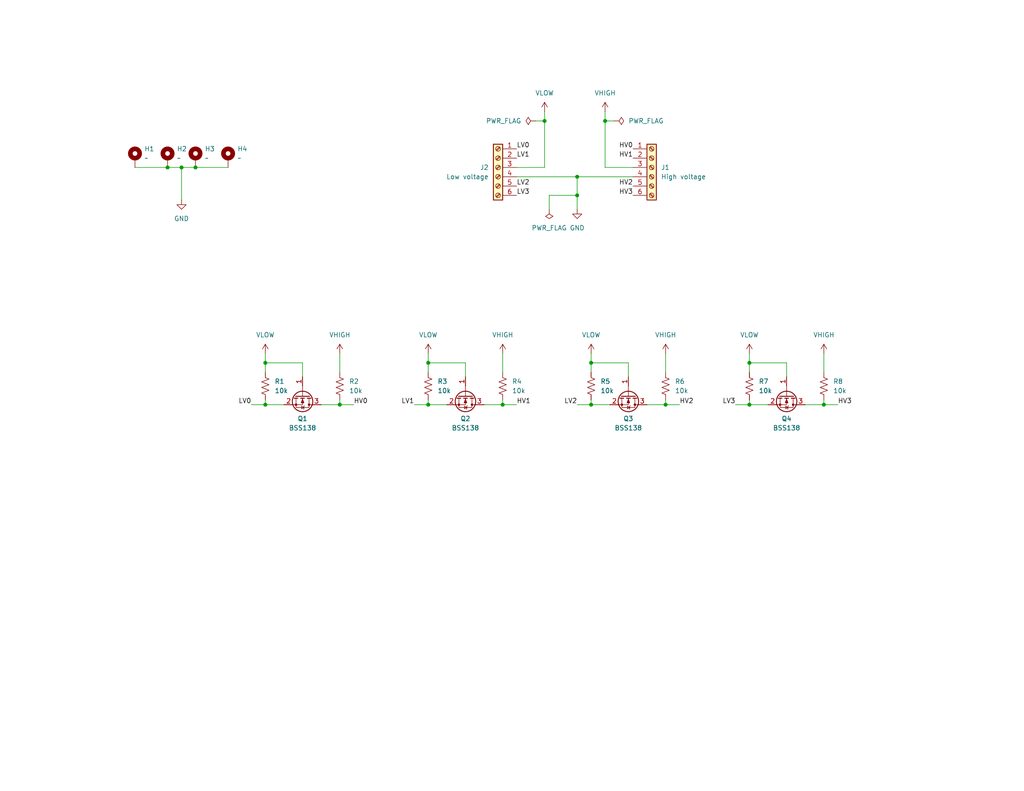
<source format=kicad_sch>
(kicad_sch (version 20231120) (generator "eeschema") (generator_version "8.0")
  (paper "USLetter")
  (title_block (title "Bidirectional level translator") (date "2024-03-16") (rev "1") (company "Trevor Vannoy") (comment 2 "License: CC-BY-SA-4.0") (comment 3 "Based off Sparkfun's BOB-12009"))
  (lib_symbols
    (symbol "Connector:Screw_Terminal_01x06" (pin_names (offset 1.016) hide)
      (property "Reference" "J" (at 0 7.62 0))
      (property "Value" "Screw_Terminal_01x06" (at 0 -10.16 0))
      (symbol "Screw_Terminal_01x06_1_1"
        (rectangle (start -1.27 6.35) (end 1.27 -8.89) (stroke (width 0.254)) (fill (type background)))
        (circle (center 0 -7.62) (radius 0.635) (stroke (width 0.1524)))
        (circle (center 0 -5.08) (radius 0.635) (stroke (width 0.1524)))
        (circle (center 0 -2.54) (radius 0.635) (stroke (width 0.1524)))
        (polyline (pts (xy -0.5334 -7.2898) (xy 0.3302 -8.128)) (stroke (width 0.1524)))
        (polyline (pts (xy -0.5334 -4.7498) (xy 0.3302 -5.588)) (stroke (width 0.1524)))
        (polyline (pts (xy -0.5334 -2.2098) (xy 0.3302 -3.048)) (stroke (width 0.1524)))
        (polyline (pts (xy -0.5334 0.3302) (xy 0.3302 -0.508)) (stroke (width 0.1524)))
        (polyline (pts (xy -0.5334 2.8702) (xy 0.3302 2.032)) (stroke (width 0.1524)))
        (polyline (pts (xy -0.5334 5.4102) (xy 0.3302 4.572)) (stroke (width 0.1524)))
        (polyline (pts (xy -0.3556 -7.112) (xy 0.508 -7.9502)) (stroke (width 0.1524)))
        (polyline (pts (xy -0.3556 -4.572) (xy 0.508 -5.4102)) (stroke (width 0.1524)))
        (polyline (pts (xy -0.3556 -2.032) (xy 0.508 -2.8702)) (stroke (width 0.1524)))
        (polyline (pts (xy -0.3556 0.508) (xy 0.508 -0.3302)) (stroke (width 0.1524)))
        (polyline (pts (xy -0.3556 3.048) (xy 0.508 2.2098)) (stroke (width 0.1524)))
        (polyline (pts (xy -0.3556 5.588) (xy 0.508 4.7498)) (stroke (width 0.1524)))
        (circle (center 0 0) (radius 0.635) (stroke (width 0.1524)))
        (circle (center 0 2.54) (radius 0.635) (stroke (width 0.1524)))
        (circle (center 0 5.08) (radius 0.635) (stroke (width 0.1524)))
        (pin passive line (at -5.08 5.08 0) (length 3.81) (name "Pin_1") (number "1"))
        (pin passive line (at -5.08 2.54 0) (length 3.81) (name "Pin_2") (number "2"))
        (pin passive line (at -5.08 0 0) (length 3.81) (name "Pin_3") (number "3"))
        (pin passive line (at -5.08 -2.54 0) (length 3.81) (name "Pin_4") (number "4"))
        (pin passive line (at -5.08 -5.08 0) (length 3.81) (name "Pin_5") (number "5"))
        (pin passive line (at -5.08 -7.62 0) (length 3.81) (name "Pin_6") (number "6"))
      )
    )
    (symbol "Device:R_US" (pin_numbers hide) (pin_names (offset 0))
      (property "Reference" "R" (at 2.54 0 90))
      (property "Value" "R_US" (at -2.54 0 90))
      (symbol "R_US_0_1"
        (polyline (pts (xy 0 -2.286) (xy 0 -2.54)))
        (polyline (pts (xy 0 2.286) (xy 0 2.54)))
        (polyline (pts (xy 0 -0.762) (xy 1.016 -1.143) (xy 0 -1.524) (xy -1.016 -1.905) (xy 0 -2.286)))
        (polyline (pts (xy 0 0.762) (xy 1.016 0.381) (xy 0 0) (xy -1.016 -0.381) (xy 0 -0.762)))
        (polyline (pts (xy 0 2.286) (xy 1.016 1.905) (xy 0 1.524) (xy -1.016 1.143) (xy 0 0.762)))
      )
      (symbol "R_US_1_1"
        (pin passive line (at 0 3.81 270) (length 1.27) (name "~") (number "1"))
        (pin passive line (at 0 -3.81 90) (length 1.27) (name "~") (number "2"))
      )
    )
    (symbol "Mechanical:MountingHole_Pad" (pin_numbers hide) (pin_names (offset 1.016) hide) (exclude_from_sim yes) (in_bom no)
      (property "Reference" "H" (at 0 6.35 0))
      (property "Value" "MountingHole_Pad" (at 0 4.445 0))
      (symbol "MountingHole_Pad_0_1"
        (circle (center 0 1.27) (radius 1.27) (stroke (width 1.27)))
      )
      (symbol "MountingHole_Pad_1_1"
        (pin input line (at 0 -2.54 90) (length 2.54) (name "1") (number "1"))
      )
    )
    (symbol "Transistor_FET:BSS138" (pin_names hide)
      (property "Reference" "Q" (at 5.08 1.905 0))
      (property "Value" "BSS138" (at 5.08 0 0))
      (symbol "BSS138_0_1"
        (polyline (pts (xy 0.254 0) (xy -2.54 0)))
        (polyline (pts (xy 0.254 1.905) (xy 0.254 -1.905)) (stroke (width 0.254)))
        (polyline (pts (xy 0.762 -1.27) (xy 0.762 -2.286)) (stroke (width 0.254)))
        (polyline (pts (xy 0.762 0.508) (xy 0.762 -0.508)) (stroke (width 0.254)))
        (polyline (pts (xy 0.762 2.286) (xy 0.762 1.27)) (stroke (width 0.254)))
        (polyline (pts (xy 2.54 2.54) (xy 2.54 1.778)))
        (polyline (pts (xy 2.54 -2.54) (xy 2.54 0) (xy 0.762 0)))
        (polyline (pts (xy 0.762 -1.778) (xy 3.302 -1.778) (xy 3.302 1.778) (xy 0.762 1.778)))
        (polyline (pts (xy 1.016 0) (xy 2.032 0.381) (xy 2.032 -0.381) (xy 1.016 0)) (fill (type outline)))
        (polyline (pts (xy 2.794 0.508) (xy 2.921 0.381) (xy 3.683 0.381) (xy 3.81 0.254)))
        (polyline (pts (xy 3.302 0.381) (xy 2.921 -0.254) (xy 3.683 -0.254) (xy 3.302 0.381)))
        (circle (center 1.651 0) (radius 2.794) (stroke (width 0.254)))
        (circle (center 2.54 -1.778) (radius 0.254) (fill (type outline)))
        (circle (center 2.54 1.778) (radius 0.254) (fill (type outline)))
      )
      (symbol "BSS138_1_1"
        (pin input line (at -5.08 0 0) (length 2.54) (name "G") (number "1"))
        (pin passive line (at 2.54 -5.08 90) (length 2.54) (name "S") (number "2"))
        (pin passive line (at 2.54 5.08 270) (length 2.54) (name "D") (number "3"))
      )
    )
    (symbol "power:GND" (power) (pin_numbers hide) (pin_names (offset 0) hide)
      (property "Value" "GND" (at 0 -3.81 0))
      (symbol "GND_0_1"
        (polyline (pts (xy 0 0) (xy 0 -1.27) (xy 1.27 -1.27) (xy 0 -2.54) (xy -1.27 -1.27) (xy 0 -1.27)))
      )
      (symbol "GND_1_1"
        (pin power_in line (at 0 0 270) (length 0) (name "~") (number "1"))
      )
    )
    (symbol "power:PWR_FLAG" (power) (pin_numbers hide) (pin_names (offset 0) hide)
      (property "Value" "PWR_FLAG" (at 0 3.81 0))
      (symbol "PWR_FLAG_0_0"
        (pin power_out line (at 0 0 90) (length 0) (name "~") (number "1"))
      )
      (symbol "PWR_FLAG_0_1"
        (polyline (pts (xy 0 0) (xy 0 1.27) (xy -1.016 1.905) (xy 0 2.54) (xy 1.016 1.905) (xy 0 1.27)))
      )
    )
    (symbol "power:VCC" (power) (pin_numbers hide) (pin_names (offset 0) hide)
      (property "Value" "VCC" (at 0 3.556 0))
      (symbol "VCC_0_1"
        (polyline (pts (xy -0.762 1.27) (xy 0 2.54)))
        (polyline (pts (xy 0 0) (xy 0 2.54)))
        (polyline (pts (xy 0 2.54) (xy 0.762 1.27)))
      )
      (symbol "VCC_1_1"
        (pin power_in line (at 0 0 90) (length 0) (name "~") (number "1"))
      )
    )
  )
  (junction (at 72.39 110.49))
  (junction (at 116.84 99.06))
  (junction (at 161.29 110.49))
  (junction (at 53.34 45.72))
  (junction (at 49.53 45.72))
  (junction (at 161.29 99.06))
  (junction (at 116.84 110.49))
  (junction (at 181.61 110.49))
  (junction (at 157.48 48.26))
  (junction (at 224.79 110.49))
  (junction (at 92.71 110.49))
  (junction (at 157.48 53.34))
  (junction (at 148.59 33.02))
  (junction (at 204.47 99.06))
  (junction (at 45.72 45.72))
  (junction (at 137.16 110.49))
  (junction (at 72.39 99.06))
  (junction (at 204.47 110.49))
  (junction (at 165.1 33.02))
  (wire (pts (xy 149.86 57.15) (xy 149.86 53.34)))
  (wire (pts (xy 161.29 99.06) (xy 171.45 99.06)))
  (wire (pts (xy 157.48 53.34) (xy 157.48 48.26)))
  (wire (pts (xy 204.47 99.06) (xy 214.63 99.06)))
  (wire (pts (xy 157.48 48.26) (xy 140.97 48.26)))
  (wire (pts (xy 181.61 96.52) (xy 181.61 101.6)))
  (wire (pts (xy 181.61 110.49) (xy 181.61 109.22)))
  (wire (pts (xy 161.29 99.06) (xy 161.29 101.6)))
  (wire (pts (xy 148.59 33.02) (xy 148.59 30.48)))
  (wire (pts (xy 165.1 33.02) (xy 167.64 33.02)))
  (wire (pts (xy 204.47 96.52) (xy 204.47 99.06)))
  (wire (pts (xy 72.39 109.22) (xy 72.39 110.49)))
  (wire (pts (xy 157.48 110.49) (xy 161.29 110.49)))
  (wire (pts (xy 72.39 99.06) (xy 82.55 99.06)))
  (wire (pts (xy 204.47 99.06) (xy 204.47 101.6)))
  (wire (pts (xy 53.34 45.72) (xy 62.23 45.72)))
  (wire (pts (xy 165.1 30.48) (xy 165.1 33.02)))
  (wire (pts (xy 132.08 110.49) (xy 137.16 110.49)))
  (wire (pts (xy 116.84 99.06) (xy 116.84 101.6)))
  (wire (pts (xy 116.84 109.22) (xy 116.84 110.49)))
  (wire (pts (xy 137.16 110.49) (xy 137.16 109.22)))
  (wire (pts (xy 140.97 45.72) (xy 148.59 45.72)))
  (wire (pts (xy 165.1 33.02) (xy 165.1 45.72)))
  (wire (pts (xy 219.71 110.49) (xy 224.79 110.49)))
  (wire (pts (xy 204.47 109.22) (xy 204.47 110.49)))
  (wire (pts (xy 148.59 45.72) (xy 148.59 33.02)))
  (wire (pts (xy 72.39 99.06) (xy 72.39 101.6)))
  (wire (pts (xy 72.39 110.49) (xy 77.47 110.49)))
  (wire (pts (xy 45.72 45.72) (xy 36.83 45.72)))
  (wire (pts (xy 204.47 110.49) (xy 209.55 110.49)))
  (wire (pts (xy 176.53 110.49) (xy 181.61 110.49)))
  (wire (pts (xy 116.84 110.49) (xy 121.92 110.49)))
  (wire (pts (xy 92.71 96.52) (xy 92.71 101.6)))
  (wire (pts (xy 181.61 110.49) (xy 185.42 110.49)))
  (wire (pts (xy 214.63 99.06) (xy 214.63 102.87)))
  (wire (pts (xy 116.84 99.06) (xy 127 99.06)))
  (wire (pts (xy 161.29 96.52) (xy 161.29 99.06)))
  (wire (pts (xy 87.63 110.49) (xy 92.71 110.49)))
  (wire (pts (xy 161.29 110.49) (xy 166.37 110.49)))
  (wire (pts (xy 49.53 45.72) (xy 45.72 45.72)))
  (wire (pts (xy 72.39 96.52) (xy 72.39 99.06)))
  (wire (pts (xy 165.1 45.72) (xy 172.72 45.72)))
  (wire (pts (xy 200.66 110.49) (xy 204.47 110.49)))
  (wire (pts (xy 82.55 99.06) (xy 82.55 102.87)))
  (wire (pts (xy 224.79 110.49) (xy 228.6 110.49)))
  (wire (pts (xy 157.48 57.15) (xy 157.48 53.34)))
  (wire (pts (xy 68.58 110.49) (xy 72.39 110.49)))
  (wire (pts (xy 92.71 110.49) (xy 92.71 109.22)))
  (wire (pts (xy 157.48 48.26) (xy 172.72 48.26)))
  (wire (pts (xy 161.29 109.22) (xy 161.29 110.49)))
  (wire (pts (xy 224.79 96.52) (xy 224.79 101.6)))
  (wire (pts (xy 49.53 54.61) (xy 49.53 45.72)))
  (wire (pts (xy 224.79 110.49) (xy 224.79 109.22)))
  (wire (pts (xy 137.16 110.49) (xy 140.97 110.49)))
  (wire (pts (xy 116.84 96.52) (xy 116.84 99.06)))
  (wire (pts (xy 127 99.06) (xy 127 102.87)))
  (wire (pts (xy 171.45 99.06) (xy 171.45 102.87)))
  (wire (pts (xy 49.53 45.72) (xy 53.34 45.72)))
  (wire (pts (xy 113.03 110.49) (xy 116.84 110.49)))
  (wire (pts (xy 92.71 110.49) (xy 96.52 110.49)))
  (wire (pts (xy 146.05 33.02) (xy 148.59 33.02)))
  (wire (pts (xy 149.86 53.34) (xy 157.48 53.34)))
  (wire (pts (xy 137.16 96.52) (xy 137.16 101.6)))
  (label "HV0" (at 172.72 40.64 180))
  (label "LV2" (at 157.48 110.49 180))
  (label "LV3" (at 140.97 53.34 0))
  (label "HV3" (at 172.72 53.34 180))
  (label "HV1" (at 140.97 110.49 0))
  (label "HV0" (at 96.52 110.49 0))
  (label "LV2" (at 140.97 50.8 0))
  (label "LV0" (at 140.97 40.64 0))
  (label "HV3" (at 228.6 110.49 0))
  (label "LV3" (at 200.66 110.49 180))
  (label "LV1" (at 140.97 43.18 0))
  (label "HV2" (at 172.72 50.8 180))
  (label "LV1" (at 113.03 110.49 180))
  (label "HV2" (at 185.42 110.49 0))
  (label "HV1" (at 172.72 43.18 180))
  (label "LV0" (at 68.58 110.49 180))
  (symbol (lib_id "power:VCC") (at 92.71 96.52 0) (unit 1)
    (property "Reference" "#PWR02" (effects (hide yes)))
    (property "Value" "VHIGH" (at 92.71 91.44 0))
    (property "Description" "Power symbol creates a global label with name \"VCC\"" (effects (hide yes)))
  )
  (symbol (lib_id "Device:R_US") (at 204.47 105.41 0) (unit 1)
    (property "Reference" "R7" (at 207.01 104.1399 0) (effects (justify left)))
    (property "Value" "10k" (at 207.01 106.6799 0) (effects (justify left)))
    (property "Footprint" "Resistor_SMD:R_0805_2012Metric_Pad1.20x1.40mm_HandSolder" (effects (hide yes)))
    (property "Description" "Resistor, US symbol" (effects (hide yes)))
  )
  (symbol (lib_id "Mechanical:MountingHole_Pad") (at 45.72 43.18 0) (unit 1) (exclude_from_sim yes) (in_bom no)
    (property "Reference" "H2" (at 48.26 40.6399 0) (effects (justify left)))
    (property "Value" "~" (at 48.26 43.1799 0) (effects (justify left)))
    (property "Footprint" "MountingHole:MountingHole_3.2mm_M3_Pad" (effects (hide yes)))
    (property "Description" "Mounting Hole with connection" (effects (hide yes)))
  )
  (symbol (lib_id "power:VCC") (at 161.29 96.52 0) (unit 1)
    (property "Reference" "#PWR05" (effects (hide yes)))
    (property "Value" "VLOW" (at 161.29 91.44 0))
    (property "Description" "Power symbol creates a global label with name \"VCC\"" (effects (hide yes)))
  )
  (symbol (lib_id "power:GND") (at 49.53 54.61 0) (unit 1)
    (property "Reference" "#PWR012" (effects (hide yes)))
    (property "Value" "GND" (at 49.53 59.69 0))
    (property "Description" "Power symbol creates a global label with name \"GND\" , ground" (effects (hide yes)))
  )
  (symbol (lib_id "power:PWR_FLAG") (at 167.64 33.02 270) (unit 1)
    (property "Reference" "#FLG02" (effects (hide yes)))
    (property "Value" "PWR_FLAG" (at 171.45 33.0199 90) (effects (justify left)))
    (property "Description" "Special symbol for telling ERC where power comes from" (effects (hide yes)))
  )
  (symbol (lib_id "Mechanical:MountingHole_Pad") (at 62.23 43.18 0) (unit 1) (exclude_from_sim yes) (in_bom no)
    (property "Reference" "H4" (at 64.77 40.6399 0) (effects (justify left)))
    (property "Value" "~" (at 64.77 43.1799 0) (effects (justify left)))
    (property "Footprint" "MountingHole:MountingHole_3.2mm_M3_Pad" (effects (hide yes)))
    (property "Description" "Mounting Hole with connection" (effects (hide yes)))
  )
  (symbol (lib_id "power:VCC") (at 148.59 30.48 0) (unit 1)
    (property "Reference" "#PWR09" (effects (hide yes)))
    (property "Value" "VLOW" (at 148.59 25.4 0))
    (property "Description" "Power symbol creates a global label with name \"VCC\"" (effects (hide yes)))
  )
  (symbol (lib_id "power:GND") (at 157.48 57.15 0) (unit 1)
    (property "Reference" "#PWR011" (effects (hide yes)))
    (property "Value" "GND" (at 157.48 62.23 0))
    (property "Description" "Power symbol creates a global label with name \"GND\" , ground" (effects (hide yes)))
  )
  (symbol (lib_id "Device:R_US") (at 72.39 105.41 0) (unit 1)
    (property "Reference" "R1" (at 74.93 104.1399 0) (effects (justify left)))
    (property "Value" "10k" (at 74.93 106.6799 0) (effects (justify left)))
    (property "Footprint" "Resistor_SMD:R_0805_2012Metric_Pad1.20x1.40mm_HandSolder" (effects (hide yes)))
    (property "Description" "Resistor, US symbol" (effects (hide yes)))
  )
  (symbol (lib_id "power:PWR_FLAG") (at 146.05 33.02 90) (unit 1)
    (property "Reference" "#FLG01" (effects (hide yes)))
    (property "Value" "PWR_FLAG" (at 142.24 33.0199 90) (effects (justify left)))
    (property "Description" "Special symbol for telling ERC where power comes from" (effects (hide yes)))
  )
  (symbol (lib_id "Device:R_US") (at 137.16 105.41 0) (unit 1)
    (property "Reference" "R4" (at 139.7 104.1399 0) (effects (justify left)))
    (property "Value" "10k" (at 139.7 106.6799 0) (effects (justify left)))
    (property "Footprint" "Resistor_SMD:R_0805_2012Metric_Pad1.20x1.40mm_HandSolder" (effects (hide yes)))
    (property "Description" "Resistor, US symbol" (effects (hide yes)))
  )
  (symbol (lib_id "Device:R_US") (at 181.61 105.41 0) (unit 1)
    (property "Reference" "R6" (at 184.15 104.1399 0) (effects (justify left)))
    (property "Value" "10k" (at 184.15 106.6799 0) (effects (justify left)))
    (property "Footprint" "Resistor_SMD:R_0805_2012Metric_Pad1.20x1.40mm_HandSolder" (effects (hide yes)))
    (property "Description" "Resistor, US symbol" (effects (hide yes)))
  )
  (symbol (lib_id "Device:R_US") (at 92.71 105.41 0) (unit 1)
    (property "Reference" "R2" (at 95.25 104.1399 0) (effects (justify left)))
    (property "Value" "10k" (at 95.25 106.6799 0) (effects (justify left)))
    (property "Footprint" "Resistor_SMD:R_0805_2012Metric_Pad1.20x1.40mm_HandSolder" (effects (hide yes)))
    (property "Description" "Resistor, US symbol" (effects (hide yes)))
  )
  (symbol (lib_id "Device:R_US") (at 161.29 105.41 0) (unit 1)
    (property "Reference" "R5" (at 163.83 104.1399 0) (effects (justify left)))
    (property "Value" "10k" (at 163.83 106.6799 0) (effects (justify left)))
    (property "Footprint" "Resistor_SMD:R_0805_2012Metric_Pad1.20x1.40mm_HandSolder" (effects (hide yes)))
    (property "Description" "Resistor, US symbol" (effects (hide yes)))
  )
  (symbol (lib_id "Device:R_US") (at 116.84 105.41 0) (unit 1)
    (property "Reference" "R3" (at 119.38 104.1399 0) (effects (justify left)))
    (property "Value" "10k" (at 119.38 106.6799 0) (effects (justify left)))
    (property "Footprint" "Resistor_SMD:R_0805_2012Metric_Pad1.20x1.40mm_HandSolder" (effects (hide yes)))
    (property "Description" "Resistor, US symbol" (effects (hide yes)))
  )
  (symbol (lib_id "power:VCC") (at 72.39 96.52 0) (unit 1)
    (property "Reference" "#PWR01" (effects (hide yes)))
    (property "Value" "VLOW" (at 72.39 91.44 0))
    (property "Description" "Power symbol creates a global label with name \"VCC\"" (effects (hide yes)))
  )
  (symbol (lib_id "Mechanical:MountingHole_Pad") (at 36.83 43.18 0) (unit 1) (exclude_from_sim yes) (in_bom no)
    (property "Reference" "H1" (at 39.37 40.6399 0) (effects (justify left)))
    (property "Value" "~" (at 39.37 43.1799 0) (effects (justify left)))
    (property "Footprint" "MountingHole:MountingHole_3.2mm_M3_Pad" (effects (hide yes)))
    (property "Description" "Mounting Hole with connection" (effects (hide yes)))
  )
  (symbol (lib_id "Transistor_FET:BSS138") (at 214.63 107.95 270) (unit 1)
    (property "Reference" "Q4" (at 214.63 114.3 90))
    (property "Value" "BSS138" (at 214.63 116.84 90))
    (property "Footprint" "Package_TO_SOT_SMD:SOT-23" (effects (hide yes)))
    (property "Datasheet" "https://www.onsemi.com/pub/Collateral/BSS138-D.PDF" (effects (hide yes)))
    (property "Description" "50V Vds, 0.22A Id, N-Channel MOSFET, SOT-23" (effects (hide yes)))
  )
  (symbol (lib_id "power:VCC") (at 137.16 96.52 0) (unit 1)
    (property "Reference" "#PWR04" (effects (hide yes)))
    (property "Value" "VHIGH" (at 137.16 91.44 0))
    (property "Description" "Power symbol creates a global label with name \"VCC\"" (effects (hide yes)))
  )
  (symbol (lib_id "power:VCC") (at 204.47 96.52 0) (unit 1)
    (property "Reference" "#PWR07" (effects (hide yes)))
    (property "Value" "VLOW" (at 204.47 91.44 0))
    (property "Description" "Power symbol creates a global label with name \"VCC\"" (effects (hide yes)))
  )
  (symbol (lib_id "Device:R_US") (at 224.79 105.41 0) (unit 1)
    (property "Reference" "R8" (at 227.33 104.1399 0) (effects (justify left)))
    (property "Value" "10k" (at 227.33 106.6799 0) (effects (justify left)))
    (property "Footprint" "Resistor_SMD:R_0805_2012Metric_Pad1.20x1.40mm_HandSolder" (effects (hide yes)))
    (property "Description" "Resistor, US symbol" (effects (hide yes)))
  )
  (symbol (lib_id "Mechanical:MountingHole_Pad") (at 53.34 43.18 0) (unit 1) (exclude_from_sim yes) (in_bom no)
    (property "Reference" "H3" (at 55.88 40.6399 0) (effects (justify left)))
    (property "Value" "~" (at 55.88 43.1799 0) (effects (justify left)))
    (property "Footprint" "MountingHole:MountingHole_3.2mm_M3_Pad" (effects (hide yes)))
    (property "Description" "Mounting Hole with connection" (effects (hide yes)))
  )
  (symbol (lib_id "Transistor_FET:BSS138") (at 171.45 107.95 270) (unit 1)
    (property "Reference" "Q3" (at 171.45 114.3 90))
    (property "Value" "BSS138" (at 171.45 116.84 90))
    (property "Footprint" "Package_TO_SOT_SMD:SOT-23" (effects (hide yes)))
    (property "Datasheet" "https://www.onsemi.com/pub/Collateral/BSS138-D.PDF" (effects (hide yes)))
    (property "Description" "50V Vds, 0.22A Id, N-Channel MOSFET, SOT-23" (effects (hide yes)))
  )
  (symbol (lib_id "Connector:Screw_Terminal_01x06") (at 177.8 45.72 0) (unit 1)
    (property "Reference" "J1" (at 180.34 45.7199 0) (effects (justify left)))
    (property "Value" "High voltage" (at 180.34 48.2599 0) (effects (justify left)))
    (property "Footprint" "TerminalBlock_TE-Connectivity:TerminalBlock_TE_282834-6_1x06_P2.54mm_Horizontal" (effects (hide yes)))
    (property "Description" "Generic screw terminal, single row, 01x06, script generated (kicad-library-utils/schlib/autogen/connector/)" (effects (hide yes)))
  )
  (symbol (lib_id "Connector:Screw_Terminal_01x06") (at 135.89 45.72 0) (mirror y) (unit 1)
    (property "Reference" "J2" (at 133.35 45.7199 0) (effects (justify left)))
    (property "Value" "Low voltage" (at 133.35 48.2599 0) (effects (justify left)))
    (property "Footprint" "TerminalBlock_TE-Connectivity:TerminalBlock_TE_282834-6_1x06_P2.54mm_Horizontal" (effects (hide yes)))
    (property "Description" "Generic screw terminal, single row, 01x06, script generated (kicad-library-utils/schlib/autogen/connector/)" (effects (hide yes)))
  )
  (symbol (lib_id "Transistor_FET:BSS138") (at 127 107.95 270) (unit 1)
    (property "Reference" "Q2" (at 127 114.3 90))
    (property "Value" "BSS138" (at 127 116.84 90))
    (property "Footprint" "Package_TO_SOT_SMD:SOT-23" (effects (hide yes)))
    (property "Datasheet" "https://www.onsemi.com/pub/Collateral/BSS138-D.PDF" (effects (hide yes)))
    (property "Description" "50V Vds, 0.22A Id, N-Channel MOSFET, SOT-23" (effects (hide yes)))
  )
  (symbol (lib_id "power:VCC") (at 116.84 96.52 0) (unit 1)
    (property "Reference" "#PWR03" (effects (hide yes)))
    (property "Value" "VLOW" (at 116.84 91.44 0))
    (property "Description" "Power symbol creates a global label with name \"VCC\"" (effects (hide yes)))
  )
  (symbol (lib_id "power:VCC") (at 224.79 96.52 0) (unit 1)
    (property "Reference" "#PWR08" (effects (hide yes)))
    (property "Value" "VHIGH" (at 224.79 91.44 0))
    (property "Description" "Power symbol creates a global label with name \"VCC\"" (effects (hide yes)))
  )
  (symbol (lib_id "power:VCC") (at 165.1 30.48 0) (unit 1)
    (property "Reference" "#PWR010" (effects (hide yes)))
    (property "Value" "VHIGH" (at 165.1 25.4 0))
    (property "Description" "Power symbol creates a global label with name \"VCC\"" (effects (hide yes)))
  )
  (symbol (lib_id "Transistor_FET:BSS138") (at 82.55 107.95 270) (unit 1)
    (property "Reference" "Q1" (at 82.55 114.3 90))
    (property "Value" "BSS138" (at 82.55 116.84 90))
    (property "Footprint" "Package_TO_SOT_SMD:SOT-23" (effects (hide yes)))
    (property "Datasheet" "https://www.onsemi.com/pub/Collateral/BSS138-D.PDF" (effects (hide yes)))
    (property "Description" "50V Vds, 0.22A Id, N-Channel MOSFET, SOT-23" (effects (hide yes)))
  )
  (symbol (lib_id "power:PWR_FLAG") (at 149.86 57.15 180) (unit 1)
    (property "Reference" "#FLG03" (effects (hide yes)))
    (property "Value" "PWR_FLAG" (at 149.86 62.23 0))
    (property "Description" "Special symbol for telling ERC where power comes from" (effects (hide yes)))
  )
  (symbol (lib_id "power:VCC") (at 181.61 96.52 0) (unit 1)
    (property "Reference" "#PWR06" (effects (hide yes)))
    (property "Value" "VHIGH" (at 181.61 91.44 0))
    (property "Description" "Power symbol creates a global label with name \"VCC\"" (effects (hide yes)))
  )
)
</source>
